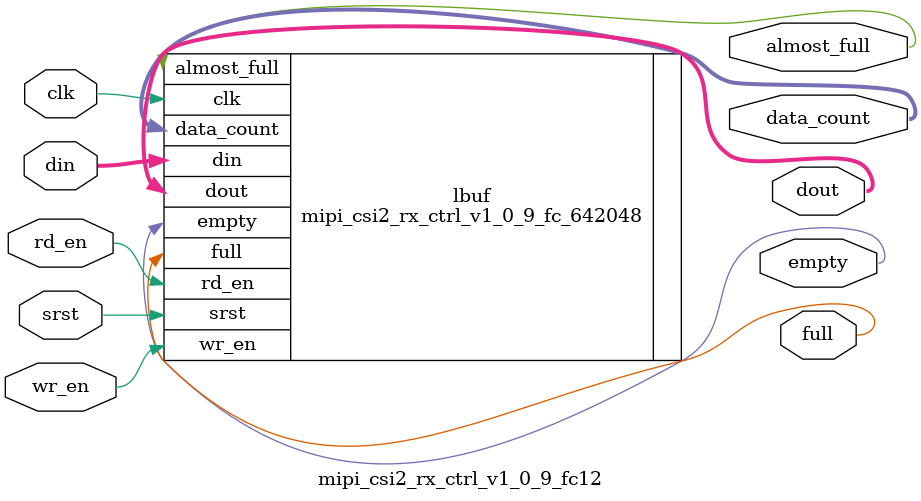
<source format=v>
`timescale 1ns/1ps
module mipi_csi2_rx_ctrl_v1_0_9_fc12 (
input          clk        ,
input          srst       ,
input  [64+4-1:0]  din  ,
input          wr_en      ,
input          rd_en      ,
output  [64+4-1:0]  dout,
output         full       ,
output         almost_full,
output         empty      ,
output [11-1:0]  data_count
);

mipi_csi2_rx_ctrl_v1_0_9_fc_642048 lbuf (
 .clk         (clk         ),
 .srst        (srst        ),
 .din         (din         ),
 .wr_en       (wr_en       ),
 .rd_en       (rd_en       ),
 .dout        (dout        ),
 .full        (full        ),
 .almost_full (almost_full ),
 .empty       (empty       ),
 .data_count  (data_count  ) 
);
endmodule

</source>
